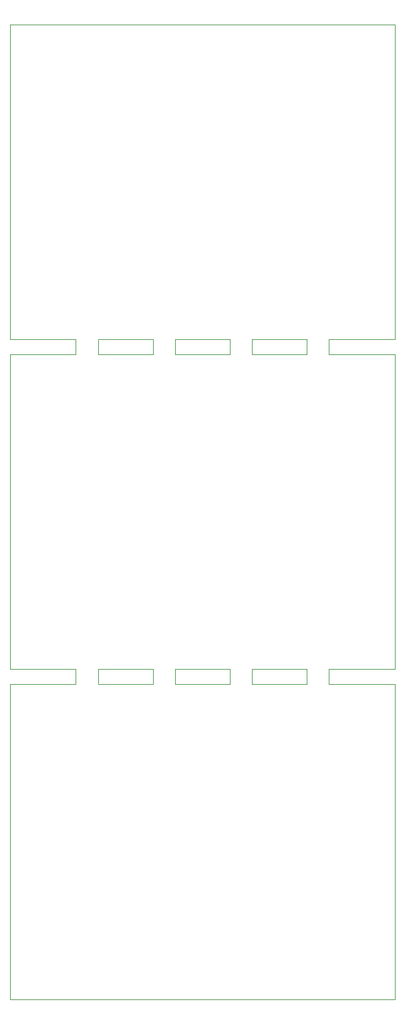
<source format=gbr>
%TF.GenerationSoftware,KiCad,Pcbnew,7.0.9*%
%TF.CreationDate,2024-06-08T14:56:11-04:00*%
%TF.ProjectId,IO-Panel,494f2d50-616e-4656-9c2e-6b696361645f,rev?*%
%TF.SameCoordinates,Original*%
%TF.FileFunction,Profile,NP*%
%FSLAX46Y46*%
G04 Gerber Fmt 4.6, Leading zero omitted, Abs format (unit mm)*
G04 Created by KiCad (PCBNEW 7.0.9) date 2024-06-08 14:56:11*
%MOMM*%
%LPD*%
G01*
G04 APERTURE LIST*
%TA.AperFunction,Profile*%
%ADD10C,0.100000*%
%TD*%
G04 APERTURE END LIST*
D10*
X144827500Y-108600000D02*
X144827500Y-107601000D01*
X134482500Y-107599000D02*
X134482500Y-106600000D01*
X162517500Y-63301500D02*
X162517500Y-64300000D01*
X165517500Y-107599000D02*
X165517500Y-106600000D01*
X155172500Y-106600000D02*
X162517500Y-106600000D01*
X174362500Y-106600000D02*
X174362500Y-64300000D01*
X134482500Y-106600000D02*
X141827500Y-106600000D01*
X122637500Y-64300000D02*
X122637500Y-106600000D01*
X144827500Y-63299500D02*
X144827500Y-62300000D01*
X131482500Y-63299500D02*
X131482500Y-63301500D01*
X144827500Y-62300000D02*
X152172500Y-62300000D01*
X131482500Y-108600000D02*
X122637500Y-108600000D01*
X174362500Y-62300000D02*
X174362500Y-20000000D01*
X141827500Y-107601000D02*
X141827500Y-108600000D01*
X155172500Y-107601000D02*
X155172500Y-107599000D01*
X174362500Y-150900000D02*
X174362500Y-108600000D01*
X141827500Y-107599000D02*
X141827500Y-107601000D01*
X174362500Y-20000000D02*
X122637500Y-20000000D01*
X131482500Y-62300000D02*
X131482500Y-63299500D01*
X144827500Y-107599000D02*
X144827500Y-106600000D01*
X144827500Y-63301500D02*
X144827500Y-63299500D01*
X152172500Y-63299500D02*
X152172500Y-63301500D01*
X131482500Y-63301500D02*
X131482500Y-64300000D01*
X144827500Y-64300000D02*
X144827500Y-63301500D01*
X144827500Y-106600000D02*
X152172500Y-106600000D01*
X122637500Y-150900000D02*
X174362500Y-150900000D01*
X155172500Y-63301500D02*
X155172500Y-63299500D01*
X162517500Y-64300000D02*
X155172500Y-64300000D01*
X152172500Y-62300000D02*
X152172500Y-63299500D01*
X152172500Y-107599000D02*
X152172500Y-107601000D01*
X134482500Y-62300000D02*
X141827500Y-62300000D01*
X165517500Y-63301500D02*
X165517500Y-63299500D01*
X141827500Y-64300000D02*
X134482500Y-64300000D01*
X174362500Y-64300000D02*
X165517500Y-64300000D01*
X141827500Y-63301500D02*
X141827500Y-64300000D01*
X131482500Y-64300000D02*
X122637500Y-64300000D01*
X155172500Y-62300000D02*
X162517500Y-62300000D01*
X134482500Y-63301500D02*
X134482500Y-63299500D01*
X131482500Y-106600000D02*
X131482500Y-107599000D01*
X134482500Y-63299500D02*
X134482500Y-62300000D01*
X155172500Y-108600000D02*
X155172500Y-107601000D01*
X152172500Y-107601000D02*
X152172500Y-108600000D01*
X165517500Y-64300000D02*
X165517500Y-63301500D01*
X122637500Y-106600000D02*
X131482500Y-106600000D01*
X162517500Y-106600000D02*
X162517500Y-107599000D01*
X141827500Y-62300000D02*
X141827500Y-63299500D01*
X152172500Y-64300000D02*
X144827500Y-64300000D01*
X141827500Y-106600000D02*
X141827500Y-107599000D01*
X131482500Y-107601000D02*
X131482500Y-108600000D01*
X165517500Y-62300000D02*
X174362500Y-62300000D01*
X155172500Y-64300000D02*
X155172500Y-63301500D01*
X162517500Y-108600000D02*
X155172500Y-108600000D01*
X152172500Y-106600000D02*
X152172500Y-107599000D01*
X162517500Y-62300000D02*
X162517500Y-63299500D01*
X122637500Y-62300000D02*
X131482500Y-62300000D01*
X134482500Y-64300000D02*
X134482500Y-63301500D01*
X152172500Y-63301500D02*
X152172500Y-64300000D01*
X162517500Y-63299500D02*
X162517500Y-63301500D01*
X141827500Y-108600000D02*
X134482500Y-108600000D01*
X162517500Y-107599000D02*
X162517500Y-107601000D01*
X165517500Y-63299500D02*
X165517500Y-62300000D01*
X165517500Y-106600000D02*
X174362500Y-106600000D01*
X174362500Y-108600000D02*
X165517500Y-108600000D01*
X134482500Y-108600000D02*
X134482500Y-107601000D01*
X165517500Y-107601000D02*
X165517500Y-107599000D01*
X134482500Y-107601000D02*
X134482500Y-107599000D01*
X165517500Y-108600000D02*
X165517500Y-107601000D01*
X131482500Y-107599000D02*
X131482500Y-107601000D01*
X122637500Y-20000000D02*
X122637500Y-62300000D01*
X162517500Y-107601000D02*
X162517500Y-108600000D01*
X122637500Y-108600000D02*
X122637500Y-150900000D01*
X152172500Y-108600000D02*
X144827500Y-108600000D01*
X141827500Y-63299500D02*
X141827500Y-63301500D01*
X144827500Y-107601000D02*
X144827500Y-107599000D01*
X155172500Y-107599000D02*
X155172500Y-106600000D01*
X155172500Y-63299500D02*
X155172500Y-62300000D01*
M02*

</source>
